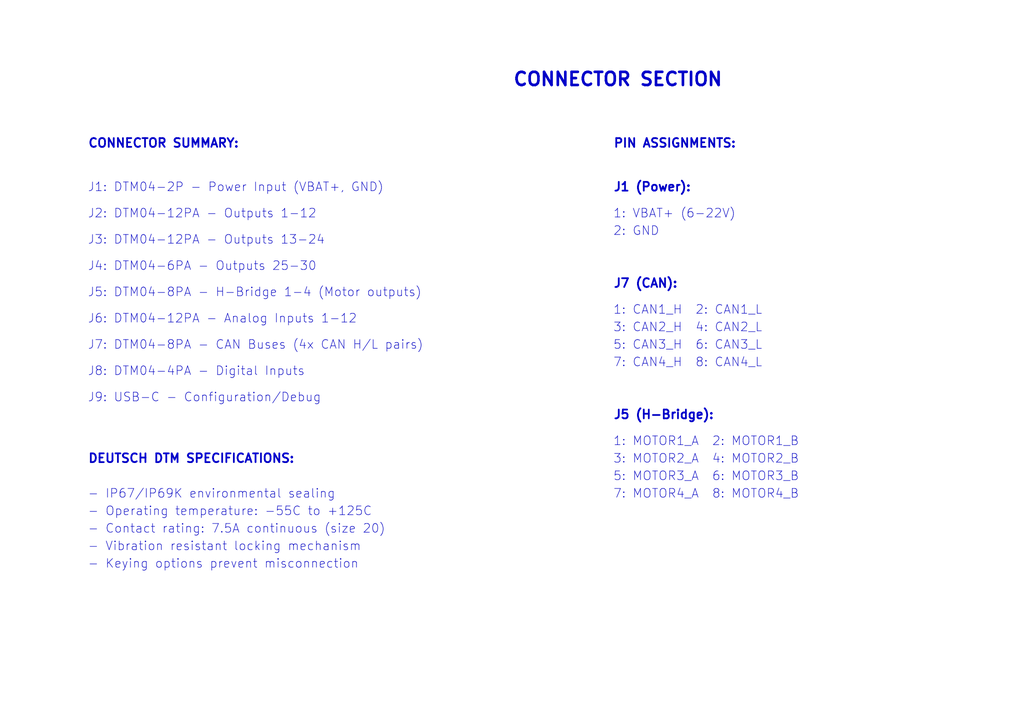
<source format=kicad_sch>
(kicad_sch
  (version 20231120)
  (generator "eeschema")
  (generator_version "8.0")
  (uuid "connectors-uuid-001")
  (paper "A4")
  (title_block
    (title "PMU-30 Connectors")
    (date "2024-12-22")
    (rev "A")
    (company "R2 m-sport")
    (comment 1 "Deutsch DTM Connectors")
    (comment 2 "IP67 Rated")
  )

  (lib_symbols)

  (text "CONNECTOR SECTION"
    (exclude_from_sim no)
    (at 148.59 25.4 0)
    (effects
      (font
        (size 3.81 3.81)
        (bold yes)
      )
      (justify left bottom)
    )
    (uuid "text-title-001")
  )

  (text "CONNECTOR SUMMARY:"
    (exclude_from_sim no)
    (at 25.4 43.18 0)
    (effects
      (font
        (size 2.54 2.54)
        (bold yes)
      )
      (justify left bottom)
    )
    (uuid "text-summary-header")
  )

  (text "J1: DTM04-2P - Power Input (VBAT+, GND)"
    (exclude_from_sim no)
    (at 25.4 55.88 0)
    (effects
      (font
        (size 2.54 2.54)
      )
      (justify left bottom)
    )
    (uuid "text-j1")
  )

  (text "J2: DTM04-12PA - Outputs 1-12"
    (exclude_from_sim no)
    (at 25.4 63.5 0)
    (effects
      (font
        (size 2.54 2.54)
      )
      (justify left bottom)
    )
    (uuid "text-j2")
  )

  (text "J3: DTM04-12PA - Outputs 13-24"
    (exclude_from_sim no)
    (at 25.4 71.12 0)
    (effects
      (font
        (size 2.54 2.54)
      )
      (justify left bottom)
    )
    (uuid "text-j3")
  )

  (text "J4: DTM04-6PA - Outputs 25-30"
    (exclude_from_sim no)
    (at 25.4 78.74 0)
    (effects
      (font
        (size 2.54 2.54)
      )
      (justify left bottom)
    )
    (uuid "text-j4")
  )

  (text "J5: DTM04-8PA - H-Bridge 1-4 (Motor outputs)"
    (exclude_from_sim no)
    (at 25.4 86.36 0)
    (effects
      (font
        (size 2.54 2.54)
      )
      (justify left bottom)
    )
    (uuid "text-j5")
  )

  (text "J6: DTM04-12PA - Analog Inputs 1-12"
    (exclude_from_sim no)
    (at 25.4 93.98 0)
    (effects
      (font
        (size 2.54 2.54)
      )
      (justify left bottom)
    )
    (uuid "text-j6")
  )

  (text "J7: DTM04-8PA - CAN Buses (4x CAN H/L pairs)"
    (exclude_from_sim no)
    (at 25.4 101.6 0)
    (effects
      (font
        (size 2.54 2.54)
      )
      (justify left bottom)
    )
    (uuid "text-j7")
  )

  (text "J8: DTM04-4PA - Digital Inputs"
    (exclude_from_sim no)
    (at 25.4 109.22 0)
    (effects
      (font
        (size 2.54 2.54)
      )
      (justify left bottom)
    )
    (uuid "text-j8")
  )

  (text "J9: USB-C - Configuration/Debug"
    (exclude_from_sim no)
    (at 25.4 116.84 0)
    (effects
      (font
        (size 2.54 2.54)
      )
      (justify left bottom)
    )
    (uuid "text-j9")
  )

  (text "DEUTSCH DTM SPECIFICATIONS:"
    (exclude_from_sim no)
    (at 25.4 134.62 0)
    (effects
      (font
        (size 2.54 2.54)
        (bold yes)
      )
      (justify left bottom)
    )
    (uuid "text-dtm-header")
  )

  (text "- IP67/IP69K environmental sealing"
    (exclude_from_sim no)
    (at 25.4 144.78 0)
    (effects
      (font
        (size 2.54 2.54)
      )
      (justify left bottom)
    )
    (uuid "text-dtm-1")
  )

  (text "- Operating temperature: -55C to +125C"
    (exclude_from_sim no)
    (at 25.4 149.86 0)
    (effects
      (font
        (size 2.54 2.54)
      )
      (justify left bottom)
    )
    (uuid "text-dtm-2")
  )

  (text "- Contact rating: 7.5A continuous (size 20)"
    (exclude_from_sim no)
    (at 25.4 154.94 0)
    (effects
      (font
        (size 2.54 2.54)
      )
      (justify left bottom)
    )
    (uuid "text-dtm-3")
  )

  (text "- Vibration resistant locking mechanism"
    (exclude_from_sim no)
    (at 25.4 160.02 0)
    (effects
      (font
        (size 2.54 2.54)
      )
      (justify left bottom)
    )
    (uuid "text-dtm-4")
  )

  (text "- Keying options prevent misconnection"
    (exclude_from_sim no)
    (at 25.4 165.1 0)
    (effects
      (font
        (size 2.54 2.54)
      )
      (justify left bottom)
    )
    (uuid "text-dtm-5")
  )

  (text "PIN ASSIGNMENTS:"
    (exclude_from_sim no)
    (at 177.8 43.18 0)
    (effects
      (font
        (size 2.54 2.54)
        (bold yes)
      )
      (justify left bottom)
    )
    (uuid "text-pinout-header")
  )

  (text "J1 (Power):"
    (exclude_from_sim no)
    (at 177.8 55.88 0)
    (effects
      (font
        (size 2.54 2.54)
        (bold yes)
      )
      (justify left bottom)
    )
    (uuid "text-j1-header")
  )

  (text "1: VBAT+ (6-22V)"
    (exclude_from_sim no)
    (at 177.8 63.5 0)
    (effects
      (font
        (size 2.54 2.54)
      )
      (justify left bottom)
    )
    (uuid "text-j1-pin1")
  )

  (text "2: GND"
    (exclude_from_sim no)
    (at 177.8 68.58 0)
    (effects
      (font
        (size 2.54 2.54)
      )
      (justify left bottom)
    )
    (uuid "text-j1-pin2")
  )

  (text "J7 (CAN):"
    (exclude_from_sim no)
    (at 177.8 83.82 0)
    (effects
      (font
        (size 2.54 2.54)
        (bold yes)
      )
      (justify left bottom)
    )
    (uuid "text-j7-header")
  )

  (text "1: CAN1_H  2: CAN1_L"
    (exclude_from_sim no)
    (at 177.8 91.44 0)
    (effects
      (font
        (size 2.54 2.54)
      )
      (justify left bottom)
    )
    (uuid "text-j7-can1")
  )

  (text "3: CAN2_H  4: CAN2_L"
    (exclude_from_sim no)
    (at 177.8 96.52 0)
    (effects
      (font
        (size 2.54 2.54)
      )
      (justify left bottom)
    )
    (uuid "text-j7-can2")
  )

  (text "5: CAN3_H  6: CAN3_L"
    (exclude_from_sim no)
    (at 177.8 101.6 0)
    (effects
      (font
        (size 2.54 2.54)
      )
      (justify left bottom)
    )
    (uuid "text-j7-can3")
  )

  (text "7: CAN4_H  8: CAN4_L"
    (exclude_from_sim no)
    (at 177.8 106.68 0)
    (effects
      (font
        (size 2.54 2.54)
      )
      (justify left bottom)
    )
    (uuid "text-j7-can4")
  )

  (text "J5 (H-Bridge):"
    (exclude_from_sim no)
    (at 177.8 121.92 0)
    (effects
      (font
        (size 2.54 2.54)
        (bold yes)
      )
      (justify left bottom)
    )
    (uuid "text-j5-header")
  )

  (text "1: MOTOR1_A  2: MOTOR1_B"
    (exclude_from_sim no)
    (at 177.8 129.54 0)
    (effects
      (font
        (size 2.54 2.54)
      )
      (justify left bottom)
    )
    (uuid "text-j5-m1")
  )

  (text "3: MOTOR2_A  4: MOTOR2_B"
    (exclude_from_sim no)
    (at 177.8 134.62 0)
    (effects
      (font
        (size 2.54 2.54)
      )
      (justify left bottom)
    )
    (uuid "text-j5-m2")
  )

  (text "5: MOTOR3_A  6: MOTOR3_B"
    (exclude_from_sim no)
    (at 177.8 139.7 0)
    (effects
      (font
        (size 2.54 2.54)
      )
      (justify left bottom)
    )
    (uuid "text-j5-m3")
  )

  (text "7: MOTOR4_A  8: MOTOR4_B"
    (exclude_from_sim no)
    (at 177.8 144.78 0)
    (effects
      (font
        (size 2.54 2.54)
      )
      (justify left bottom)
    )
    (uuid "text-j5-m4")
  )
)

</source>
